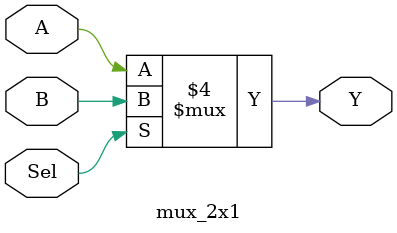
<source format=v>
module mux_2x1(
    input A,        // Input 1
    input B,        // Input 2
    input Sel,      // Select line
    output reg Y        // Output
    //reg is a data type in Verilog that holds its value until it is explicitly updated.
);
    // Assign output based on Sel
    //assign Y = (Sel) ? B : A; //using ternary operator

    always @(*) begin
        if (Sel == 1'b0)
            Y = A;  // Select A when Sel is 0
        else
            Y = B;  // Select B when Sel is 1
    end
    /*
    always @(*) begin
    end

    note-> Ensures that the block executes every time 
           there's a change in any input signal used in the block.

    */

endmodule

</source>
